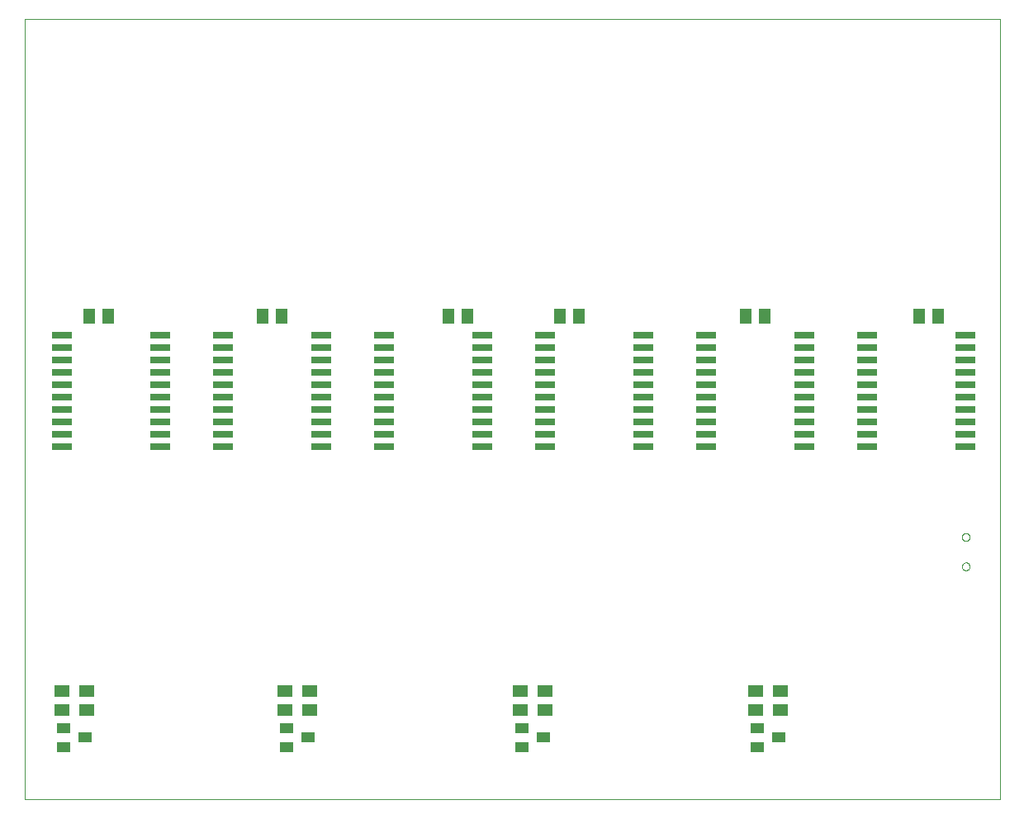
<source format=gbp>
G75*
%MOIN*%
%OFA0B0*%
%FSLAX25Y25*%
%IPPOS*%
%LPD*%
%AMOC8*
5,1,8,0,0,1.08239X$1,22.5*
%
%ADD10C,0.00000*%
%ADD11R,0.08000X0.02600*%
%ADD12R,0.05512X0.03937*%
%ADD13R,0.05906X0.05118*%
%ADD14R,0.05118X0.05906*%
D10*
X0001800Y0001800D02*
X0001800Y0316761D01*
X0395501Y0316761D01*
X0395501Y0001800D01*
X0001800Y0001800D01*
X0380225Y0095894D02*
X0380227Y0095973D01*
X0380233Y0096052D01*
X0380243Y0096131D01*
X0380257Y0096209D01*
X0380274Y0096286D01*
X0380296Y0096362D01*
X0380321Y0096437D01*
X0380351Y0096510D01*
X0380383Y0096582D01*
X0380420Y0096653D01*
X0380460Y0096721D01*
X0380503Y0096787D01*
X0380549Y0096851D01*
X0380599Y0096913D01*
X0380652Y0096972D01*
X0380707Y0097028D01*
X0380766Y0097082D01*
X0380827Y0097132D01*
X0380890Y0097180D01*
X0380956Y0097224D01*
X0381024Y0097265D01*
X0381094Y0097302D01*
X0381165Y0097336D01*
X0381239Y0097366D01*
X0381313Y0097392D01*
X0381389Y0097414D01*
X0381466Y0097433D01*
X0381544Y0097448D01*
X0381622Y0097459D01*
X0381701Y0097466D01*
X0381780Y0097469D01*
X0381859Y0097468D01*
X0381938Y0097463D01*
X0382017Y0097454D01*
X0382095Y0097441D01*
X0382172Y0097424D01*
X0382249Y0097404D01*
X0382324Y0097379D01*
X0382398Y0097351D01*
X0382471Y0097319D01*
X0382541Y0097284D01*
X0382610Y0097245D01*
X0382677Y0097202D01*
X0382742Y0097156D01*
X0382804Y0097108D01*
X0382864Y0097056D01*
X0382921Y0097001D01*
X0382975Y0096943D01*
X0383026Y0096883D01*
X0383074Y0096820D01*
X0383119Y0096755D01*
X0383161Y0096687D01*
X0383199Y0096618D01*
X0383233Y0096547D01*
X0383264Y0096474D01*
X0383292Y0096399D01*
X0383315Y0096324D01*
X0383335Y0096247D01*
X0383351Y0096170D01*
X0383363Y0096091D01*
X0383371Y0096013D01*
X0383375Y0095934D01*
X0383375Y0095854D01*
X0383371Y0095775D01*
X0383363Y0095697D01*
X0383351Y0095618D01*
X0383335Y0095541D01*
X0383315Y0095464D01*
X0383292Y0095389D01*
X0383264Y0095314D01*
X0383233Y0095241D01*
X0383199Y0095170D01*
X0383161Y0095101D01*
X0383119Y0095033D01*
X0383074Y0094968D01*
X0383026Y0094905D01*
X0382975Y0094845D01*
X0382921Y0094787D01*
X0382864Y0094732D01*
X0382804Y0094680D01*
X0382742Y0094632D01*
X0382677Y0094586D01*
X0382610Y0094543D01*
X0382541Y0094504D01*
X0382471Y0094469D01*
X0382398Y0094437D01*
X0382324Y0094409D01*
X0382249Y0094384D01*
X0382172Y0094364D01*
X0382095Y0094347D01*
X0382017Y0094334D01*
X0381938Y0094325D01*
X0381859Y0094320D01*
X0381780Y0094319D01*
X0381701Y0094322D01*
X0381622Y0094329D01*
X0381544Y0094340D01*
X0381466Y0094355D01*
X0381389Y0094374D01*
X0381313Y0094396D01*
X0381239Y0094422D01*
X0381165Y0094452D01*
X0381094Y0094486D01*
X0381024Y0094523D01*
X0380956Y0094564D01*
X0380890Y0094608D01*
X0380827Y0094656D01*
X0380766Y0094706D01*
X0380707Y0094760D01*
X0380652Y0094816D01*
X0380599Y0094875D01*
X0380549Y0094937D01*
X0380503Y0095001D01*
X0380460Y0095067D01*
X0380420Y0095135D01*
X0380383Y0095206D01*
X0380351Y0095278D01*
X0380321Y0095351D01*
X0380296Y0095426D01*
X0380274Y0095502D01*
X0380257Y0095579D01*
X0380243Y0095657D01*
X0380233Y0095736D01*
X0380227Y0095815D01*
X0380225Y0095894D01*
X0380225Y0107706D02*
X0380227Y0107785D01*
X0380233Y0107864D01*
X0380243Y0107943D01*
X0380257Y0108021D01*
X0380274Y0108098D01*
X0380296Y0108174D01*
X0380321Y0108249D01*
X0380351Y0108322D01*
X0380383Y0108394D01*
X0380420Y0108465D01*
X0380460Y0108533D01*
X0380503Y0108599D01*
X0380549Y0108663D01*
X0380599Y0108725D01*
X0380652Y0108784D01*
X0380707Y0108840D01*
X0380766Y0108894D01*
X0380827Y0108944D01*
X0380890Y0108992D01*
X0380956Y0109036D01*
X0381024Y0109077D01*
X0381094Y0109114D01*
X0381165Y0109148D01*
X0381239Y0109178D01*
X0381313Y0109204D01*
X0381389Y0109226D01*
X0381466Y0109245D01*
X0381544Y0109260D01*
X0381622Y0109271D01*
X0381701Y0109278D01*
X0381780Y0109281D01*
X0381859Y0109280D01*
X0381938Y0109275D01*
X0382017Y0109266D01*
X0382095Y0109253D01*
X0382172Y0109236D01*
X0382249Y0109216D01*
X0382324Y0109191D01*
X0382398Y0109163D01*
X0382471Y0109131D01*
X0382541Y0109096D01*
X0382610Y0109057D01*
X0382677Y0109014D01*
X0382742Y0108968D01*
X0382804Y0108920D01*
X0382864Y0108868D01*
X0382921Y0108813D01*
X0382975Y0108755D01*
X0383026Y0108695D01*
X0383074Y0108632D01*
X0383119Y0108567D01*
X0383161Y0108499D01*
X0383199Y0108430D01*
X0383233Y0108359D01*
X0383264Y0108286D01*
X0383292Y0108211D01*
X0383315Y0108136D01*
X0383335Y0108059D01*
X0383351Y0107982D01*
X0383363Y0107903D01*
X0383371Y0107825D01*
X0383375Y0107746D01*
X0383375Y0107666D01*
X0383371Y0107587D01*
X0383363Y0107509D01*
X0383351Y0107430D01*
X0383335Y0107353D01*
X0383315Y0107276D01*
X0383292Y0107201D01*
X0383264Y0107126D01*
X0383233Y0107053D01*
X0383199Y0106982D01*
X0383161Y0106913D01*
X0383119Y0106845D01*
X0383074Y0106780D01*
X0383026Y0106717D01*
X0382975Y0106657D01*
X0382921Y0106599D01*
X0382864Y0106544D01*
X0382804Y0106492D01*
X0382742Y0106444D01*
X0382677Y0106398D01*
X0382610Y0106355D01*
X0382541Y0106316D01*
X0382471Y0106281D01*
X0382398Y0106249D01*
X0382324Y0106221D01*
X0382249Y0106196D01*
X0382172Y0106176D01*
X0382095Y0106159D01*
X0382017Y0106146D01*
X0381938Y0106137D01*
X0381859Y0106132D01*
X0381780Y0106131D01*
X0381701Y0106134D01*
X0381622Y0106141D01*
X0381544Y0106152D01*
X0381466Y0106167D01*
X0381389Y0106186D01*
X0381313Y0106208D01*
X0381239Y0106234D01*
X0381165Y0106264D01*
X0381094Y0106298D01*
X0381024Y0106335D01*
X0380956Y0106376D01*
X0380890Y0106420D01*
X0380827Y0106468D01*
X0380766Y0106518D01*
X0380707Y0106572D01*
X0380652Y0106628D01*
X0380599Y0106687D01*
X0380549Y0106749D01*
X0380503Y0106813D01*
X0380460Y0106879D01*
X0380420Y0106947D01*
X0380383Y0107018D01*
X0380351Y0107090D01*
X0380321Y0107163D01*
X0380296Y0107238D01*
X0380274Y0107314D01*
X0380257Y0107391D01*
X0380243Y0107469D01*
X0380233Y0107548D01*
X0380227Y0107627D01*
X0380225Y0107706D01*
D11*
X0381600Y0144300D03*
X0381600Y0149300D03*
X0381600Y0154300D03*
X0381600Y0159300D03*
X0381600Y0164300D03*
X0381600Y0169300D03*
X0381600Y0174300D03*
X0381600Y0179300D03*
X0381600Y0184300D03*
X0381600Y0189300D03*
X0342000Y0189300D03*
X0342000Y0184300D03*
X0342000Y0179300D03*
X0342000Y0174300D03*
X0342000Y0169300D03*
X0342000Y0164300D03*
X0342000Y0159300D03*
X0342000Y0154300D03*
X0342000Y0149300D03*
X0342000Y0144300D03*
X0316600Y0144300D03*
X0316600Y0149300D03*
X0316600Y0154300D03*
X0316600Y0159300D03*
X0316600Y0164300D03*
X0316600Y0169300D03*
X0316600Y0174300D03*
X0316600Y0179300D03*
X0316600Y0184300D03*
X0316600Y0189300D03*
X0277000Y0189300D03*
X0277000Y0184300D03*
X0277000Y0179300D03*
X0277000Y0174300D03*
X0277000Y0169300D03*
X0277000Y0164300D03*
X0277000Y0159300D03*
X0277000Y0154300D03*
X0277000Y0149300D03*
X0277000Y0144300D03*
X0251600Y0144300D03*
X0251600Y0149300D03*
X0251600Y0154300D03*
X0251600Y0159300D03*
X0251600Y0164300D03*
X0251600Y0169300D03*
X0251600Y0174300D03*
X0251600Y0179300D03*
X0251600Y0184300D03*
X0251600Y0189300D03*
X0212000Y0189300D03*
X0212000Y0184300D03*
X0212000Y0179300D03*
X0212000Y0174300D03*
X0212000Y0169300D03*
X0212000Y0164300D03*
X0212000Y0159300D03*
X0212000Y0154300D03*
X0212000Y0149300D03*
X0212000Y0144300D03*
X0186600Y0144300D03*
X0186600Y0149300D03*
X0186600Y0154300D03*
X0186600Y0159300D03*
X0186600Y0164300D03*
X0186600Y0169300D03*
X0186600Y0174300D03*
X0186600Y0179300D03*
X0186600Y0184300D03*
X0186600Y0189300D03*
X0147000Y0189300D03*
X0147000Y0184300D03*
X0147000Y0179300D03*
X0147000Y0174300D03*
X0147000Y0169300D03*
X0147000Y0164300D03*
X0147000Y0159300D03*
X0147000Y0154300D03*
X0147000Y0149300D03*
X0147000Y0144300D03*
X0121600Y0144300D03*
X0121600Y0149300D03*
X0121600Y0154300D03*
X0121600Y0159300D03*
X0121600Y0164300D03*
X0121600Y0169300D03*
X0121600Y0174300D03*
X0121600Y0179300D03*
X0121600Y0184300D03*
X0121600Y0189300D03*
X0082000Y0189300D03*
X0082000Y0184300D03*
X0082000Y0179300D03*
X0082000Y0174300D03*
X0082000Y0169300D03*
X0082000Y0164300D03*
X0082000Y0159300D03*
X0082000Y0154300D03*
X0082000Y0149300D03*
X0082000Y0144300D03*
X0056600Y0144300D03*
X0056600Y0149300D03*
X0056600Y0154300D03*
X0056600Y0159300D03*
X0056600Y0164300D03*
X0056600Y0169300D03*
X0056600Y0174300D03*
X0056600Y0179300D03*
X0056600Y0184300D03*
X0056600Y0189300D03*
X0017000Y0189300D03*
X0017000Y0184300D03*
X0017000Y0179300D03*
X0017000Y0174300D03*
X0017000Y0169300D03*
X0017000Y0164300D03*
X0017000Y0159300D03*
X0017000Y0154300D03*
X0017000Y0149300D03*
X0017000Y0144300D03*
D12*
X0017469Y0030540D03*
X0017469Y0023060D03*
X0026131Y0026800D03*
X0107469Y0023060D03*
X0107469Y0030540D03*
X0116131Y0026800D03*
X0202469Y0023060D03*
X0202469Y0030540D03*
X0211131Y0026800D03*
X0297469Y0023060D03*
X0297469Y0030540D03*
X0306131Y0026800D03*
D13*
X0306800Y0038060D03*
X0296800Y0038060D03*
X0296800Y0045540D03*
X0306800Y0045540D03*
X0211800Y0045540D03*
X0211800Y0038060D03*
X0201800Y0038060D03*
X0201800Y0045540D03*
X0116800Y0045540D03*
X0116800Y0038060D03*
X0106800Y0038060D03*
X0106800Y0045540D03*
X0026800Y0045540D03*
X0016800Y0045540D03*
X0016800Y0038060D03*
X0026800Y0038060D03*
D14*
X0028060Y0196800D03*
X0035540Y0196800D03*
X0098060Y0196800D03*
X0105540Y0196800D03*
X0173060Y0196800D03*
X0180540Y0196800D03*
X0218060Y0196800D03*
X0225540Y0196800D03*
X0293060Y0196800D03*
X0300540Y0196800D03*
X0363060Y0196800D03*
X0370540Y0196800D03*
M02*

</source>
